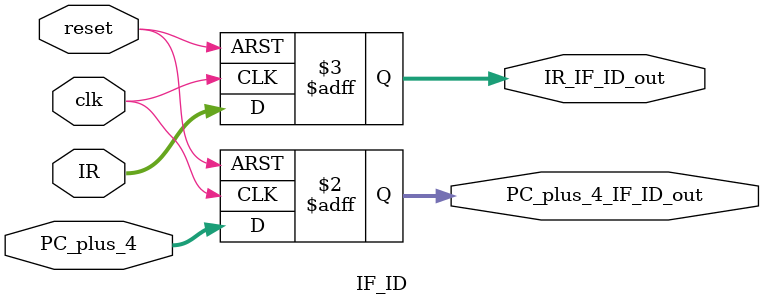
<source format=v>
module IF_ID (
    input reset, 
    input clk, 

    input [31:0] PC_plus_4, // this may be used by beq, when calculating PC+4+BranchAddr
    input [31:0] IR,

    output reg [31:0] PC_plus_4_IF_ID_out,
    output reg [31:0] IR_IF_ID_out
);

    always @(posedge reset or posedge clk) begin
        if(reset) begin
            PC_plus_4_IF_ID_out <= 32'd0;
            IR_IF_ID_out <= 32'd0;
        end
        else begin
            PC_plus_4_IF_ID_out <= PC_plus_4;
            IR_IF_ID_out <= IR;
        end
    end

endmodule
</source>
